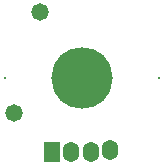
<source format=gbs>
%FSTAX23Y23*%
%MOIN*%
%SFA1B1*%

%IPPOS*%
%ADD30O,0.055000X0.067000*%
%ADD31R,0.055000X0.067000*%
%ADD32C,0.205000*%
%ADD33R,0.008000X0.008000*%
%ADD34C,0.058000*%
%LNencoder_pcb-1*%
%LPD*%
G54D30*
X-00035Y-00245D03*
X00095Y-0024D03*
X0003Y-00245D03*
G54D31*
X-001Y-00245D03*
G54D32*
X0Y0D03*
G54D33*
X-00256Y0D03*
X00256D03*
G54D34*
X-00225Y-00115D03*
X-0014Y0022D03*
M02*
</source>
